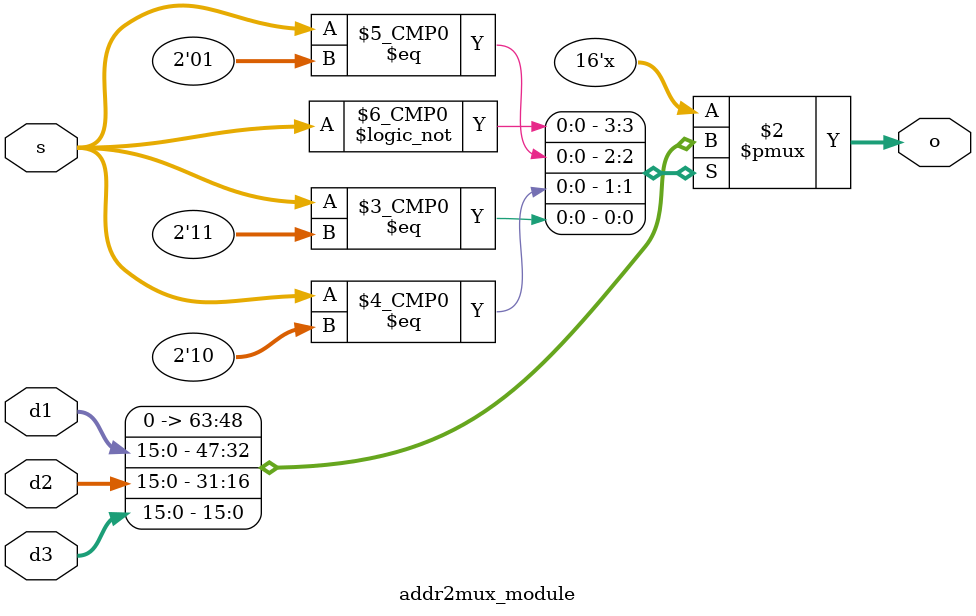
<source format=sv>
module addr2mux_module( input logic[15:0] d1, d2, d3, input logic[1:0] s, output logic[15:0] o);
	always_comb
	begin
		unique case(s)
		2'b00:
			o = 16'h0000;
		2'b01:
			o = d1;
		2'b10:
			o = d2;
		2'b11:
			o = d3;
		endcase
	end
endmodule

</source>
